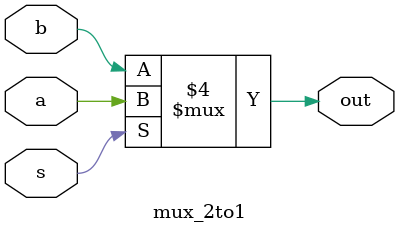
<source format=sv>
module mux_2to1 (a,b,s,out);
    input a,b,s;
    output out;
    reg out;
    always @(a or b or s) 
        if (s == 1'b1) out = a;
        else out = b;
endmodule
</source>
